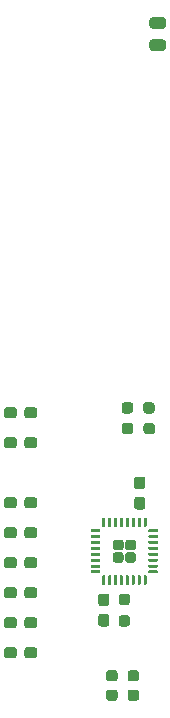
<source format=gtp>
G04 #@! TF.GenerationSoftware,KiCad,Pcbnew,(5.1.12)-1*
G04 #@! TF.CreationDate,2022-10-04T21:51:07-07:00*
G04 #@! TF.ProjectId,HDMIBuffer,48444d49-4275-4666-9665-722e6b696361,rev?*
G04 #@! TF.SameCoordinates,Original*
G04 #@! TF.FileFunction,Paste,Top*
G04 #@! TF.FilePolarity,Positive*
%FSLAX46Y46*%
G04 Gerber Fmt 4.6, Leading zero omitted, Abs format (unit mm)*
G04 Created by KiCad (PCBNEW (5.1.12)-1) date 2022-10-04 21:51:07*
%MOMM*%
%LPD*%
G01*
G04 APERTURE LIST*
%ADD10C,0.100000*%
G04 APERTURE END LIST*
G36*
G01*
X129685600Y-100897700D02*
X129685600Y-100422700D01*
G75*
G02*
X129923100Y-100185200I237500J0D01*
G01*
X130423100Y-100185200D01*
G75*
G02*
X130660600Y-100422700I0J-237500D01*
G01*
X130660600Y-100897700D01*
G75*
G02*
X130423100Y-101135200I-237500J0D01*
G01*
X129923100Y-101135200D01*
G75*
G02*
X129685600Y-100897700I0J237500D01*
G01*
G37*
G36*
G01*
X127860600Y-100897700D02*
X127860600Y-100422700D01*
G75*
G02*
X128098100Y-100185200I237500J0D01*
G01*
X128598100Y-100185200D01*
G75*
G02*
X128835600Y-100422700I0J-237500D01*
G01*
X128835600Y-100897700D01*
G75*
G02*
X128598100Y-101135200I-237500J0D01*
G01*
X128098100Y-101135200D01*
G75*
G02*
X127860600Y-100897700I0J237500D01*
G01*
G37*
G36*
G01*
X129662100Y-99145100D02*
X129662100Y-98670100D01*
G75*
G02*
X129899600Y-98432600I237500J0D01*
G01*
X130399600Y-98432600D01*
G75*
G02*
X130637100Y-98670100I0J-237500D01*
G01*
X130637100Y-99145100D01*
G75*
G02*
X130399600Y-99382600I-237500J0D01*
G01*
X129899600Y-99382600D01*
G75*
G02*
X129662100Y-99145100I0J237500D01*
G01*
G37*
G36*
G01*
X127837100Y-99145100D02*
X127837100Y-98670100D01*
G75*
G02*
X128074600Y-98432600I237500J0D01*
G01*
X128574600Y-98432600D01*
G75*
G02*
X128812100Y-98670100I0J-237500D01*
G01*
X128812100Y-99145100D01*
G75*
G02*
X128574600Y-99382600I-237500J0D01*
G01*
X128074600Y-99382600D01*
G75*
G02*
X127837100Y-99145100I0J237500D01*
G01*
G37*
G36*
G01*
X128304300Y-115602200D02*
X127829300Y-115602200D01*
G75*
G02*
X127591800Y-115364700I0J237500D01*
G01*
X127591800Y-114864700D01*
G75*
G02*
X127829300Y-114627200I237500J0D01*
G01*
X128304300Y-114627200D01*
G75*
G02*
X128541800Y-114864700I0J-237500D01*
G01*
X128541800Y-115364700D01*
G75*
G02*
X128304300Y-115602200I-237500J0D01*
G01*
G37*
G36*
G01*
X128304300Y-117427200D02*
X127829300Y-117427200D01*
G75*
G02*
X127591800Y-117189700I0J237500D01*
G01*
X127591800Y-116689700D01*
G75*
G02*
X127829300Y-116452200I237500J0D01*
G01*
X128304300Y-116452200D01*
G75*
G02*
X128541800Y-116689700I0J-237500D01*
G01*
X128541800Y-117189700D01*
G75*
G02*
X128304300Y-117427200I-237500J0D01*
G01*
G37*
G36*
G01*
X128339400Y-123478300D02*
X128339400Y-123003300D01*
G75*
G02*
X128576900Y-122765800I237500J0D01*
G01*
X129076900Y-122765800D01*
G75*
G02*
X129314400Y-123003300I0J-237500D01*
G01*
X129314400Y-123478300D01*
G75*
G02*
X129076900Y-123715800I-237500J0D01*
G01*
X128576900Y-123715800D01*
G75*
G02*
X128339400Y-123478300I0J237500D01*
G01*
G37*
G36*
G01*
X126514400Y-123478300D02*
X126514400Y-123003300D01*
G75*
G02*
X126751900Y-122765800I237500J0D01*
G01*
X127251900Y-122765800D01*
G75*
G02*
X127489400Y-123003300I0J-237500D01*
G01*
X127489400Y-123478300D01*
G75*
G02*
X127251900Y-123715800I-237500J0D01*
G01*
X126751900Y-123715800D01*
G75*
G02*
X126514400Y-123478300I0J237500D01*
G01*
G37*
G36*
G01*
X128339400Y-121827300D02*
X128339400Y-121352300D01*
G75*
G02*
X128576900Y-121114800I237500J0D01*
G01*
X129076900Y-121114800D01*
G75*
G02*
X129314400Y-121352300I0J-237500D01*
G01*
X129314400Y-121827300D01*
G75*
G02*
X129076900Y-122064800I-237500J0D01*
G01*
X128576900Y-122064800D01*
G75*
G02*
X128339400Y-121827300I0J237500D01*
G01*
G37*
G36*
G01*
X126514400Y-121827300D02*
X126514400Y-121352300D01*
G75*
G02*
X126751900Y-121114800I237500J0D01*
G01*
X127251900Y-121114800D01*
G75*
G02*
X127489400Y-121352300I0J-237500D01*
G01*
X127489400Y-121827300D01*
G75*
G02*
X127251900Y-122064800I-237500J0D01*
G01*
X126751900Y-122064800D01*
G75*
G02*
X126514400Y-121827300I0J237500D01*
G01*
G37*
G36*
G01*
X131342450Y-66806900D02*
X130429950Y-66806900D01*
G75*
G02*
X130186200Y-66563150I0J243750D01*
G01*
X130186200Y-66075650D01*
G75*
G02*
X130429950Y-65831900I243750J0D01*
G01*
X131342450Y-65831900D01*
G75*
G02*
X131586200Y-66075650I0J-243750D01*
G01*
X131586200Y-66563150D01*
G75*
G02*
X131342450Y-66806900I-243750J0D01*
G01*
G37*
G36*
G01*
X131342450Y-68681900D02*
X130429950Y-68681900D01*
G75*
G02*
X130186200Y-68438150I0J243750D01*
G01*
X130186200Y-67950650D01*
G75*
G02*
X130429950Y-67706900I243750J0D01*
G01*
X131342450Y-67706900D01*
G75*
G02*
X131586200Y-67950650I0J-243750D01*
G01*
X131586200Y-68438150D01*
G75*
G02*
X131342450Y-68681900I-243750J0D01*
G01*
G37*
G36*
G01*
X129124700Y-106446200D02*
X129599700Y-106446200D01*
G75*
G02*
X129837200Y-106683700I0J-237500D01*
G01*
X129837200Y-107283700D01*
G75*
G02*
X129599700Y-107521200I-237500J0D01*
G01*
X129124700Y-107521200D01*
G75*
G02*
X128887200Y-107283700I0J237500D01*
G01*
X128887200Y-106683700D01*
G75*
G02*
X129124700Y-106446200I237500J0D01*
G01*
G37*
G36*
G01*
X129124700Y-104721200D02*
X129599700Y-104721200D01*
G75*
G02*
X129837200Y-104958700I0J-237500D01*
G01*
X129837200Y-105558700D01*
G75*
G02*
X129599700Y-105796200I-237500J0D01*
G01*
X129124700Y-105796200D01*
G75*
G02*
X128887200Y-105558700I0J237500D01*
G01*
X128887200Y-104958700D01*
G75*
G02*
X129124700Y-104721200I237500J0D01*
G01*
G37*
G36*
G01*
X126551700Y-115701100D02*
X126076700Y-115701100D01*
G75*
G02*
X125839200Y-115463600I0J237500D01*
G01*
X125839200Y-114863600D01*
G75*
G02*
X126076700Y-114626100I237500J0D01*
G01*
X126551700Y-114626100D01*
G75*
G02*
X126789200Y-114863600I0J-237500D01*
G01*
X126789200Y-115463600D01*
G75*
G02*
X126551700Y-115701100I-237500J0D01*
G01*
G37*
G36*
G01*
X126551700Y-117426100D02*
X126076700Y-117426100D01*
G75*
G02*
X125839200Y-117188600I0J237500D01*
G01*
X125839200Y-116588600D01*
G75*
G02*
X126076700Y-116351100I237500J0D01*
G01*
X126551700Y-116351100D01*
G75*
G02*
X126789200Y-116588600I0J-237500D01*
G01*
X126789200Y-117188600D01*
G75*
G02*
X126551700Y-117426100I-237500J0D01*
G01*
G37*
G36*
G01*
X118954500Y-101616500D02*
X118954500Y-102091500D01*
G75*
G02*
X118717000Y-102329000I-237500J0D01*
G01*
X118117000Y-102329000D01*
G75*
G02*
X117879500Y-102091500I0J237500D01*
G01*
X117879500Y-101616500D01*
G75*
G02*
X118117000Y-101379000I237500J0D01*
G01*
X118717000Y-101379000D01*
G75*
G02*
X118954500Y-101616500I0J-237500D01*
G01*
G37*
G36*
G01*
X120679500Y-101616500D02*
X120679500Y-102091500D01*
G75*
G02*
X120442000Y-102329000I-237500J0D01*
G01*
X119842000Y-102329000D01*
G75*
G02*
X119604500Y-102091500I0J237500D01*
G01*
X119604500Y-101616500D01*
G75*
G02*
X119842000Y-101379000I237500J0D01*
G01*
X120442000Y-101379000D01*
G75*
G02*
X120679500Y-101616500I0J-237500D01*
G01*
G37*
G36*
G01*
X118954500Y-109236500D02*
X118954500Y-109711500D01*
G75*
G02*
X118717000Y-109949000I-237500J0D01*
G01*
X118117000Y-109949000D01*
G75*
G02*
X117879500Y-109711500I0J237500D01*
G01*
X117879500Y-109236500D01*
G75*
G02*
X118117000Y-108999000I237500J0D01*
G01*
X118717000Y-108999000D01*
G75*
G02*
X118954500Y-109236500I0J-237500D01*
G01*
G37*
G36*
G01*
X120679500Y-109236500D02*
X120679500Y-109711500D01*
G75*
G02*
X120442000Y-109949000I-237500J0D01*
G01*
X119842000Y-109949000D01*
G75*
G02*
X119604500Y-109711500I0J237500D01*
G01*
X119604500Y-109236500D01*
G75*
G02*
X119842000Y-108999000I237500J0D01*
G01*
X120442000Y-108999000D01*
G75*
G02*
X120679500Y-109236500I0J-237500D01*
G01*
G37*
G36*
G01*
X118954500Y-114316500D02*
X118954500Y-114791500D01*
G75*
G02*
X118717000Y-115029000I-237500J0D01*
G01*
X118117000Y-115029000D01*
G75*
G02*
X117879500Y-114791500I0J237500D01*
G01*
X117879500Y-114316500D01*
G75*
G02*
X118117000Y-114079000I237500J0D01*
G01*
X118717000Y-114079000D01*
G75*
G02*
X118954500Y-114316500I0J-237500D01*
G01*
G37*
G36*
G01*
X120679500Y-114316500D02*
X120679500Y-114791500D01*
G75*
G02*
X120442000Y-115029000I-237500J0D01*
G01*
X119842000Y-115029000D01*
G75*
G02*
X119604500Y-114791500I0J237500D01*
G01*
X119604500Y-114316500D01*
G75*
G02*
X119842000Y-114079000I237500J0D01*
G01*
X120442000Y-114079000D01*
G75*
G02*
X120679500Y-114316500I0J-237500D01*
G01*
G37*
G36*
G01*
X118954500Y-99076500D02*
X118954500Y-99551500D01*
G75*
G02*
X118717000Y-99789000I-237500J0D01*
G01*
X118117000Y-99789000D01*
G75*
G02*
X117879500Y-99551500I0J237500D01*
G01*
X117879500Y-99076500D01*
G75*
G02*
X118117000Y-98839000I237500J0D01*
G01*
X118717000Y-98839000D01*
G75*
G02*
X118954500Y-99076500I0J-237500D01*
G01*
G37*
G36*
G01*
X120679500Y-99076500D02*
X120679500Y-99551500D01*
G75*
G02*
X120442000Y-99789000I-237500J0D01*
G01*
X119842000Y-99789000D01*
G75*
G02*
X119604500Y-99551500I0J237500D01*
G01*
X119604500Y-99076500D01*
G75*
G02*
X119842000Y-98839000I237500J0D01*
G01*
X120442000Y-98839000D01*
G75*
G02*
X120679500Y-99076500I0J-237500D01*
G01*
G37*
G36*
G01*
X118954500Y-106696500D02*
X118954500Y-107171500D01*
G75*
G02*
X118717000Y-107409000I-237500J0D01*
G01*
X118117000Y-107409000D01*
G75*
G02*
X117879500Y-107171500I0J237500D01*
G01*
X117879500Y-106696500D01*
G75*
G02*
X118117000Y-106459000I237500J0D01*
G01*
X118717000Y-106459000D01*
G75*
G02*
X118954500Y-106696500I0J-237500D01*
G01*
G37*
G36*
G01*
X120679500Y-106696500D02*
X120679500Y-107171500D01*
G75*
G02*
X120442000Y-107409000I-237500J0D01*
G01*
X119842000Y-107409000D01*
G75*
G02*
X119604500Y-107171500I0J237500D01*
G01*
X119604500Y-106696500D01*
G75*
G02*
X119842000Y-106459000I237500J0D01*
G01*
X120442000Y-106459000D01*
G75*
G02*
X120679500Y-106696500I0J-237500D01*
G01*
G37*
G36*
G01*
X118954500Y-111776500D02*
X118954500Y-112251500D01*
G75*
G02*
X118717000Y-112489000I-237500J0D01*
G01*
X118117000Y-112489000D01*
G75*
G02*
X117879500Y-112251500I0J237500D01*
G01*
X117879500Y-111776500D01*
G75*
G02*
X118117000Y-111539000I237500J0D01*
G01*
X118717000Y-111539000D01*
G75*
G02*
X118954500Y-111776500I0J-237500D01*
G01*
G37*
G36*
G01*
X120679500Y-111776500D02*
X120679500Y-112251500D01*
G75*
G02*
X120442000Y-112489000I-237500J0D01*
G01*
X119842000Y-112489000D01*
G75*
G02*
X119604500Y-112251500I0J237500D01*
G01*
X119604500Y-111776500D01*
G75*
G02*
X119842000Y-111539000I237500J0D01*
G01*
X120442000Y-111539000D01*
G75*
G02*
X120679500Y-111776500I0J-237500D01*
G01*
G37*
G36*
G01*
X118954500Y-119396500D02*
X118954500Y-119871500D01*
G75*
G02*
X118717000Y-120109000I-237500J0D01*
G01*
X118117000Y-120109000D01*
G75*
G02*
X117879500Y-119871500I0J237500D01*
G01*
X117879500Y-119396500D01*
G75*
G02*
X118117000Y-119159000I237500J0D01*
G01*
X118717000Y-119159000D01*
G75*
G02*
X118954500Y-119396500I0J-237500D01*
G01*
G37*
G36*
G01*
X120679500Y-119396500D02*
X120679500Y-119871500D01*
G75*
G02*
X120442000Y-120109000I-237500J0D01*
G01*
X119842000Y-120109000D01*
G75*
G02*
X119604500Y-119871500I0J237500D01*
G01*
X119604500Y-119396500D01*
G75*
G02*
X119842000Y-119159000I237500J0D01*
G01*
X120442000Y-119159000D01*
G75*
G02*
X120679500Y-119396500I0J-237500D01*
G01*
G37*
G36*
G01*
X118954500Y-116856500D02*
X118954500Y-117331500D01*
G75*
G02*
X118717000Y-117569000I-237500J0D01*
G01*
X118117000Y-117569000D01*
G75*
G02*
X117879500Y-117331500I0J237500D01*
G01*
X117879500Y-116856500D01*
G75*
G02*
X118117000Y-116619000I237500J0D01*
G01*
X118717000Y-116619000D01*
G75*
G02*
X118954500Y-116856500I0J-237500D01*
G01*
G37*
G36*
G01*
X120679500Y-116856500D02*
X120679500Y-117331500D01*
G75*
G02*
X120442000Y-117569000I-237500J0D01*
G01*
X119842000Y-117569000D01*
G75*
G02*
X119604500Y-117331500I0J237500D01*
G01*
X119604500Y-116856500D01*
G75*
G02*
X119842000Y-116619000I237500J0D01*
G01*
X120442000Y-116619000D01*
G75*
G02*
X120679500Y-116856500I0J-237500D01*
G01*
G37*
G36*
G01*
X128819300Y-110978800D02*
X128364300Y-110978800D01*
G75*
G02*
X128136800Y-110751300I0J227500D01*
G01*
X128136800Y-110296300D01*
G75*
G02*
X128364300Y-110068800I227500J0D01*
G01*
X128819300Y-110068800D01*
G75*
G02*
X129046800Y-110296300I0J-227500D01*
G01*
X129046800Y-110751300D01*
G75*
G02*
X128819300Y-110978800I-227500J0D01*
G01*
G37*
G36*
G01*
X127769300Y-110978800D02*
X127314300Y-110978800D01*
G75*
G02*
X127086800Y-110751300I0J227500D01*
G01*
X127086800Y-110296300D01*
G75*
G02*
X127314300Y-110068800I227500J0D01*
G01*
X127769300Y-110068800D01*
G75*
G02*
X127996800Y-110296300I0J-227500D01*
G01*
X127996800Y-110751300D01*
G75*
G02*
X127769300Y-110978800I-227500J0D01*
G01*
G37*
G36*
G01*
X128819300Y-112028800D02*
X128364300Y-112028800D01*
G75*
G02*
X128136800Y-111801300I0J227500D01*
G01*
X128136800Y-111346300D01*
G75*
G02*
X128364300Y-111118800I227500J0D01*
G01*
X128819300Y-111118800D01*
G75*
G02*
X129046800Y-111346300I0J-227500D01*
G01*
X129046800Y-111801300D01*
G75*
G02*
X128819300Y-112028800I-227500J0D01*
G01*
G37*
G36*
G01*
X127769300Y-112028800D02*
X127314300Y-112028800D01*
G75*
G02*
X127086800Y-111801300I0J227500D01*
G01*
X127086800Y-111346300D01*
G75*
G02*
X127314300Y-111118800I227500J0D01*
G01*
X127769300Y-111118800D01*
G75*
G02*
X127996800Y-111346300I0J-227500D01*
G01*
X127996800Y-111801300D01*
G75*
G02*
X127769300Y-112028800I-227500J0D01*
G01*
G37*
D10*
G36*
X125218001Y-112724107D02*
G01*
X125221558Y-112712382D01*
X125227333Y-112701577D01*
X125235106Y-112692106D01*
X125244577Y-112684333D01*
X125255382Y-112678558D01*
X125267107Y-112675001D01*
X125279300Y-112673800D01*
X125979300Y-112673800D01*
X125991493Y-112675001D01*
X126003218Y-112678558D01*
X126014023Y-112684333D01*
X126023494Y-112692106D01*
X126031267Y-112701577D01*
X126037042Y-112712382D01*
X126040599Y-112724107D01*
X126041800Y-112736300D01*
X126041800Y-112807912D01*
X126040599Y-112820105D01*
X126037042Y-112831830D01*
X126031267Y-112842635D01*
X126023494Y-112852106D01*
X125970106Y-112905494D01*
X125960635Y-112913267D01*
X125949830Y-112919042D01*
X125938105Y-112922599D01*
X125925912Y-112923800D01*
X125279300Y-112923800D01*
X125267107Y-112922599D01*
X125255382Y-112919042D01*
X125244577Y-112913267D01*
X125235106Y-112905494D01*
X125227333Y-112896023D01*
X125221558Y-112885218D01*
X125218001Y-112873493D01*
X125216800Y-112861300D01*
X125216800Y-112736300D01*
X125218001Y-112724107D01*
G37*
G36*
G01*
X125979300Y-112423800D02*
X125279300Y-112423800D01*
G75*
G02*
X125216800Y-112361300I0J62500D01*
G01*
X125216800Y-112236300D01*
G75*
G02*
X125279300Y-112173800I62500J0D01*
G01*
X125979300Y-112173800D01*
G75*
G02*
X126041800Y-112236300I0J-62500D01*
G01*
X126041800Y-112361300D01*
G75*
G02*
X125979300Y-112423800I-62500J0D01*
G01*
G37*
G36*
G01*
X125979300Y-111923800D02*
X125279300Y-111923800D01*
G75*
G02*
X125216800Y-111861300I0J62500D01*
G01*
X125216800Y-111736300D01*
G75*
G02*
X125279300Y-111673800I62500J0D01*
G01*
X125979300Y-111673800D01*
G75*
G02*
X126041800Y-111736300I0J-62500D01*
G01*
X126041800Y-111861300D01*
G75*
G02*
X125979300Y-111923800I-62500J0D01*
G01*
G37*
G36*
G01*
X125979300Y-111423800D02*
X125279300Y-111423800D01*
G75*
G02*
X125216800Y-111361300I0J62500D01*
G01*
X125216800Y-111236300D01*
G75*
G02*
X125279300Y-111173800I62500J0D01*
G01*
X125979300Y-111173800D01*
G75*
G02*
X126041800Y-111236300I0J-62500D01*
G01*
X126041800Y-111361300D01*
G75*
G02*
X125979300Y-111423800I-62500J0D01*
G01*
G37*
G36*
G01*
X125979300Y-110923800D02*
X125279300Y-110923800D01*
G75*
G02*
X125216800Y-110861300I0J62500D01*
G01*
X125216800Y-110736300D01*
G75*
G02*
X125279300Y-110673800I62500J0D01*
G01*
X125979300Y-110673800D01*
G75*
G02*
X126041800Y-110736300I0J-62500D01*
G01*
X126041800Y-110861300D01*
G75*
G02*
X125979300Y-110923800I-62500J0D01*
G01*
G37*
G36*
G01*
X125979300Y-110423800D02*
X125279300Y-110423800D01*
G75*
G02*
X125216800Y-110361300I0J62500D01*
G01*
X125216800Y-110236300D01*
G75*
G02*
X125279300Y-110173800I62500J0D01*
G01*
X125979300Y-110173800D01*
G75*
G02*
X126041800Y-110236300I0J-62500D01*
G01*
X126041800Y-110361300D01*
G75*
G02*
X125979300Y-110423800I-62500J0D01*
G01*
G37*
G36*
G01*
X125979300Y-109923800D02*
X125279300Y-109923800D01*
G75*
G02*
X125216800Y-109861300I0J62500D01*
G01*
X125216800Y-109736300D01*
G75*
G02*
X125279300Y-109673800I62500J0D01*
G01*
X125979300Y-109673800D01*
G75*
G02*
X126041800Y-109736300I0J-62500D01*
G01*
X126041800Y-109861300D01*
G75*
G02*
X125979300Y-109923800I-62500J0D01*
G01*
G37*
G36*
X125218001Y-109224107D02*
G01*
X125221558Y-109212382D01*
X125227333Y-109201577D01*
X125235106Y-109192106D01*
X125244577Y-109184333D01*
X125255382Y-109178558D01*
X125267107Y-109175001D01*
X125279300Y-109173800D01*
X125925912Y-109173800D01*
X125938105Y-109175001D01*
X125949830Y-109178558D01*
X125960635Y-109184333D01*
X125970106Y-109192106D01*
X126023494Y-109245494D01*
X126031267Y-109254965D01*
X126037042Y-109265770D01*
X126040599Y-109277495D01*
X126041800Y-109289688D01*
X126041800Y-109361300D01*
X126040599Y-109373493D01*
X126037042Y-109385218D01*
X126031267Y-109396023D01*
X126023494Y-109405494D01*
X126014023Y-109413267D01*
X126003218Y-109419042D01*
X125991493Y-109422599D01*
X125979300Y-109423800D01*
X125279300Y-109423800D01*
X125267107Y-109422599D01*
X125255382Y-109419042D01*
X125244577Y-109413267D01*
X125235106Y-109405494D01*
X125227333Y-109396023D01*
X125221558Y-109385218D01*
X125218001Y-109373493D01*
X125216800Y-109361300D01*
X125216800Y-109236300D01*
X125218001Y-109224107D01*
G37*
G36*
X126193001Y-108249107D02*
G01*
X126196558Y-108237382D01*
X126202333Y-108226577D01*
X126210106Y-108217106D01*
X126219577Y-108209333D01*
X126230382Y-108203558D01*
X126242107Y-108200001D01*
X126254300Y-108198800D01*
X126379300Y-108198800D01*
X126391493Y-108200001D01*
X126403218Y-108203558D01*
X126414023Y-108209333D01*
X126423494Y-108217106D01*
X126431267Y-108226577D01*
X126437042Y-108237382D01*
X126440599Y-108249107D01*
X126441800Y-108261300D01*
X126441800Y-108961300D01*
X126440599Y-108973493D01*
X126437042Y-108985218D01*
X126431267Y-108996023D01*
X126423494Y-109005494D01*
X126414023Y-109013267D01*
X126403218Y-109019042D01*
X126391493Y-109022599D01*
X126379300Y-109023800D01*
X126307688Y-109023800D01*
X126295495Y-109022599D01*
X126283770Y-109019042D01*
X126272965Y-109013267D01*
X126263494Y-109005494D01*
X126210106Y-108952106D01*
X126202333Y-108942635D01*
X126196558Y-108931830D01*
X126193001Y-108920105D01*
X126191800Y-108907912D01*
X126191800Y-108261300D01*
X126193001Y-108249107D01*
G37*
G36*
G01*
X126879300Y-109023800D02*
X126754300Y-109023800D01*
G75*
G02*
X126691800Y-108961300I0J62500D01*
G01*
X126691800Y-108261300D01*
G75*
G02*
X126754300Y-108198800I62500J0D01*
G01*
X126879300Y-108198800D01*
G75*
G02*
X126941800Y-108261300I0J-62500D01*
G01*
X126941800Y-108961300D01*
G75*
G02*
X126879300Y-109023800I-62500J0D01*
G01*
G37*
G36*
G01*
X127379300Y-109023800D02*
X127254300Y-109023800D01*
G75*
G02*
X127191800Y-108961300I0J62500D01*
G01*
X127191800Y-108261300D01*
G75*
G02*
X127254300Y-108198800I62500J0D01*
G01*
X127379300Y-108198800D01*
G75*
G02*
X127441800Y-108261300I0J-62500D01*
G01*
X127441800Y-108961300D01*
G75*
G02*
X127379300Y-109023800I-62500J0D01*
G01*
G37*
G36*
G01*
X127879300Y-109023800D02*
X127754300Y-109023800D01*
G75*
G02*
X127691800Y-108961300I0J62500D01*
G01*
X127691800Y-108261300D01*
G75*
G02*
X127754300Y-108198800I62500J0D01*
G01*
X127879300Y-108198800D01*
G75*
G02*
X127941800Y-108261300I0J-62500D01*
G01*
X127941800Y-108961300D01*
G75*
G02*
X127879300Y-109023800I-62500J0D01*
G01*
G37*
G36*
G01*
X128379300Y-109023800D02*
X128254300Y-109023800D01*
G75*
G02*
X128191800Y-108961300I0J62500D01*
G01*
X128191800Y-108261300D01*
G75*
G02*
X128254300Y-108198800I62500J0D01*
G01*
X128379300Y-108198800D01*
G75*
G02*
X128441800Y-108261300I0J-62500D01*
G01*
X128441800Y-108961300D01*
G75*
G02*
X128379300Y-109023800I-62500J0D01*
G01*
G37*
G36*
G01*
X128879300Y-109023800D02*
X128754300Y-109023800D01*
G75*
G02*
X128691800Y-108961300I0J62500D01*
G01*
X128691800Y-108261300D01*
G75*
G02*
X128754300Y-108198800I62500J0D01*
G01*
X128879300Y-108198800D01*
G75*
G02*
X128941800Y-108261300I0J-62500D01*
G01*
X128941800Y-108961300D01*
G75*
G02*
X128879300Y-109023800I-62500J0D01*
G01*
G37*
G36*
G01*
X129379300Y-109023800D02*
X129254300Y-109023800D01*
G75*
G02*
X129191800Y-108961300I0J62500D01*
G01*
X129191800Y-108261300D01*
G75*
G02*
X129254300Y-108198800I62500J0D01*
G01*
X129379300Y-108198800D01*
G75*
G02*
X129441800Y-108261300I0J-62500D01*
G01*
X129441800Y-108961300D01*
G75*
G02*
X129379300Y-109023800I-62500J0D01*
G01*
G37*
G36*
X129693001Y-108249107D02*
G01*
X129696558Y-108237382D01*
X129702333Y-108226577D01*
X129710106Y-108217106D01*
X129719577Y-108209333D01*
X129730382Y-108203558D01*
X129742107Y-108200001D01*
X129754300Y-108198800D01*
X129879300Y-108198800D01*
X129891493Y-108200001D01*
X129903218Y-108203558D01*
X129914023Y-108209333D01*
X129923494Y-108217106D01*
X129931267Y-108226577D01*
X129937042Y-108237382D01*
X129940599Y-108249107D01*
X129941800Y-108261300D01*
X129941800Y-108907912D01*
X129940599Y-108920105D01*
X129937042Y-108931830D01*
X129931267Y-108942635D01*
X129923494Y-108952106D01*
X129870106Y-109005494D01*
X129860635Y-109013267D01*
X129849830Y-109019042D01*
X129838105Y-109022599D01*
X129825912Y-109023800D01*
X129754300Y-109023800D01*
X129742107Y-109022599D01*
X129730382Y-109019042D01*
X129719577Y-109013267D01*
X129710106Y-109005494D01*
X129702333Y-108996023D01*
X129696558Y-108985218D01*
X129693001Y-108973493D01*
X129691800Y-108961300D01*
X129691800Y-108261300D01*
X129693001Y-108249107D01*
G37*
G36*
X130093001Y-109277495D02*
G01*
X130096558Y-109265770D01*
X130102333Y-109254965D01*
X130110106Y-109245494D01*
X130163494Y-109192106D01*
X130172965Y-109184333D01*
X130183770Y-109178558D01*
X130195495Y-109175001D01*
X130207688Y-109173800D01*
X130854300Y-109173800D01*
X130866493Y-109175001D01*
X130878218Y-109178558D01*
X130889023Y-109184333D01*
X130898494Y-109192106D01*
X130906267Y-109201577D01*
X130912042Y-109212382D01*
X130915599Y-109224107D01*
X130916800Y-109236300D01*
X130916800Y-109361300D01*
X130915599Y-109373493D01*
X130912042Y-109385218D01*
X130906267Y-109396023D01*
X130898494Y-109405494D01*
X130889023Y-109413267D01*
X130878218Y-109419042D01*
X130866493Y-109422599D01*
X130854300Y-109423800D01*
X130154300Y-109423800D01*
X130142107Y-109422599D01*
X130130382Y-109419042D01*
X130119577Y-109413267D01*
X130110106Y-109405494D01*
X130102333Y-109396023D01*
X130096558Y-109385218D01*
X130093001Y-109373493D01*
X130091800Y-109361300D01*
X130091800Y-109289688D01*
X130093001Y-109277495D01*
G37*
G36*
G01*
X130854300Y-109923800D02*
X130154300Y-109923800D01*
G75*
G02*
X130091800Y-109861300I0J62500D01*
G01*
X130091800Y-109736300D01*
G75*
G02*
X130154300Y-109673800I62500J0D01*
G01*
X130854300Y-109673800D01*
G75*
G02*
X130916800Y-109736300I0J-62500D01*
G01*
X130916800Y-109861300D01*
G75*
G02*
X130854300Y-109923800I-62500J0D01*
G01*
G37*
G36*
G01*
X130854300Y-110423800D02*
X130154300Y-110423800D01*
G75*
G02*
X130091800Y-110361300I0J62500D01*
G01*
X130091800Y-110236300D01*
G75*
G02*
X130154300Y-110173800I62500J0D01*
G01*
X130854300Y-110173800D01*
G75*
G02*
X130916800Y-110236300I0J-62500D01*
G01*
X130916800Y-110361300D01*
G75*
G02*
X130854300Y-110423800I-62500J0D01*
G01*
G37*
G36*
G01*
X130854300Y-110923800D02*
X130154300Y-110923800D01*
G75*
G02*
X130091800Y-110861300I0J62500D01*
G01*
X130091800Y-110736300D01*
G75*
G02*
X130154300Y-110673800I62500J0D01*
G01*
X130854300Y-110673800D01*
G75*
G02*
X130916800Y-110736300I0J-62500D01*
G01*
X130916800Y-110861300D01*
G75*
G02*
X130854300Y-110923800I-62500J0D01*
G01*
G37*
G36*
G01*
X130854300Y-111423800D02*
X130154300Y-111423800D01*
G75*
G02*
X130091800Y-111361300I0J62500D01*
G01*
X130091800Y-111236300D01*
G75*
G02*
X130154300Y-111173800I62500J0D01*
G01*
X130854300Y-111173800D01*
G75*
G02*
X130916800Y-111236300I0J-62500D01*
G01*
X130916800Y-111361300D01*
G75*
G02*
X130854300Y-111423800I-62500J0D01*
G01*
G37*
G36*
G01*
X130854300Y-111923800D02*
X130154300Y-111923800D01*
G75*
G02*
X130091800Y-111861300I0J62500D01*
G01*
X130091800Y-111736300D01*
G75*
G02*
X130154300Y-111673800I62500J0D01*
G01*
X130854300Y-111673800D01*
G75*
G02*
X130916800Y-111736300I0J-62500D01*
G01*
X130916800Y-111861300D01*
G75*
G02*
X130854300Y-111923800I-62500J0D01*
G01*
G37*
G36*
G01*
X130854300Y-112423800D02*
X130154300Y-112423800D01*
G75*
G02*
X130091800Y-112361300I0J62500D01*
G01*
X130091800Y-112236300D01*
G75*
G02*
X130154300Y-112173800I62500J0D01*
G01*
X130854300Y-112173800D01*
G75*
G02*
X130916800Y-112236300I0J-62500D01*
G01*
X130916800Y-112361300D01*
G75*
G02*
X130854300Y-112423800I-62500J0D01*
G01*
G37*
G36*
X130093001Y-112724107D02*
G01*
X130096558Y-112712382D01*
X130102333Y-112701577D01*
X130110106Y-112692106D01*
X130119577Y-112684333D01*
X130130382Y-112678558D01*
X130142107Y-112675001D01*
X130154300Y-112673800D01*
X130854300Y-112673800D01*
X130866493Y-112675001D01*
X130878218Y-112678558D01*
X130889023Y-112684333D01*
X130898494Y-112692106D01*
X130906267Y-112701577D01*
X130912042Y-112712382D01*
X130915599Y-112724107D01*
X130916800Y-112736300D01*
X130916800Y-112861300D01*
X130915599Y-112873493D01*
X130912042Y-112885218D01*
X130906267Y-112896023D01*
X130898494Y-112905494D01*
X130889023Y-112913267D01*
X130878218Y-112919042D01*
X130866493Y-112922599D01*
X130854300Y-112923800D01*
X130207688Y-112923800D01*
X130195495Y-112922599D01*
X130183770Y-112919042D01*
X130172965Y-112913267D01*
X130163494Y-112905494D01*
X130110106Y-112852106D01*
X130102333Y-112842635D01*
X130096558Y-112831830D01*
X130093001Y-112820105D01*
X130091800Y-112807912D01*
X130091800Y-112736300D01*
X130093001Y-112724107D01*
G37*
G36*
X129693001Y-113124107D02*
G01*
X129696558Y-113112382D01*
X129702333Y-113101577D01*
X129710106Y-113092106D01*
X129719577Y-113084333D01*
X129730382Y-113078558D01*
X129742107Y-113075001D01*
X129754300Y-113073800D01*
X129825912Y-113073800D01*
X129838105Y-113075001D01*
X129849830Y-113078558D01*
X129860635Y-113084333D01*
X129870106Y-113092106D01*
X129923494Y-113145494D01*
X129931267Y-113154965D01*
X129937042Y-113165770D01*
X129940599Y-113177495D01*
X129941800Y-113189688D01*
X129941800Y-113836300D01*
X129940599Y-113848493D01*
X129937042Y-113860218D01*
X129931267Y-113871023D01*
X129923494Y-113880494D01*
X129914023Y-113888267D01*
X129903218Y-113894042D01*
X129891493Y-113897599D01*
X129879300Y-113898800D01*
X129754300Y-113898800D01*
X129742107Y-113897599D01*
X129730382Y-113894042D01*
X129719577Y-113888267D01*
X129710106Y-113880494D01*
X129702333Y-113871023D01*
X129696558Y-113860218D01*
X129693001Y-113848493D01*
X129691800Y-113836300D01*
X129691800Y-113136300D01*
X129693001Y-113124107D01*
G37*
G36*
G01*
X129379300Y-113898800D02*
X129254300Y-113898800D01*
G75*
G02*
X129191800Y-113836300I0J62500D01*
G01*
X129191800Y-113136300D01*
G75*
G02*
X129254300Y-113073800I62500J0D01*
G01*
X129379300Y-113073800D01*
G75*
G02*
X129441800Y-113136300I0J-62500D01*
G01*
X129441800Y-113836300D01*
G75*
G02*
X129379300Y-113898800I-62500J0D01*
G01*
G37*
G36*
G01*
X128879300Y-113898800D02*
X128754300Y-113898800D01*
G75*
G02*
X128691800Y-113836300I0J62500D01*
G01*
X128691800Y-113136300D01*
G75*
G02*
X128754300Y-113073800I62500J0D01*
G01*
X128879300Y-113073800D01*
G75*
G02*
X128941800Y-113136300I0J-62500D01*
G01*
X128941800Y-113836300D01*
G75*
G02*
X128879300Y-113898800I-62500J0D01*
G01*
G37*
G36*
G01*
X128379300Y-113898800D02*
X128254300Y-113898800D01*
G75*
G02*
X128191800Y-113836300I0J62500D01*
G01*
X128191800Y-113136300D01*
G75*
G02*
X128254300Y-113073800I62500J0D01*
G01*
X128379300Y-113073800D01*
G75*
G02*
X128441800Y-113136300I0J-62500D01*
G01*
X128441800Y-113836300D01*
G75*
G02*
X128379300Y-113898800I-62500J0D01*
G01*
G37*
G36*
G01*
X127879300Y-113898800D02*
X127754300Y-113898800D01*
G75*
G02*
X127691800Y-113836300I0J62500D01*
G01*
X127691800Y-113136300D01*
G75*
G02*
X127754300Y-113073800I62500J0D01*
G01*
X127879300Y-113073800D01*
G75*
G02*
X127941800Y-113136300I0J-62500D01*
G01*
X127941800Y-113836300D01*
G75*
G02*
X127879300Y-113898800I-62500J0D01*
G01*
G37*
G36*
G01*
X127379300Y-113898800D02*
X127254300Y-113898800D01*
G75*
G02*
X127191800Y-113836300I0J62500D01*
G01*
X127191800Y-113136300D01*
G75*
G02*
X127254300Y-113073800I62500J0D01*
G01*
X127379300Y-113073800D01*
G75*
G02*
X127441800Y-113136300I0J-62500D01*
G01*
X127441800Y-113836300D01*
G75*
G02*
X127379300Y-113898800I-62500J0D01*
G01*
G37*
G36*
G01*
X126879300Y-113898800D02*
X126754300Y-113898800D01*
G75*
G02*
X126691800Y-113836300I0J62500D01*
G01*
X126691800Y-113136300D01*
G75*
G02*
X126754300Y-113073800I62500J0D01*
G01*
X126879300Y-113073800D01*
G75*
G02*
X126941800Y-113136300I0J-62500D01*
G01*
X126941800Y-113836300D01*
G75*
G02*
X126879300Y-113898800I-62500J0D01*
G01*
G37*
G36*
X126193001Y-113177495D02*
G01*
X126196558Y-113165770D01*
X126202333Y-113154965D01*
X126210106Y-113145494D01*
X126263494Y-113092106D01*
X126272965Y-113084333D01*
X126283770Y-113078558D01*
X126295495Y-113075001D01*
X126307688Y-113073800D01*
X126379300Y-113073800D01*
X126391493Y-113075001D01*
X126403218Y-113078558D01*
X126414023Y-113084333D01*
X126423494Y-113092106D01*
X126431267Y-113101577D01*
X126437042Y-113112382D01*
X126440599Y-113124107D01*
X126441800Y-113136300D01*
X126441800Y-113836300D01*
X126440599Y-113848493D01*
X126437042Y-113860218D01*
X126431267Y-113871023D01*
X126423494Y-113880494D01*
X126414023Y-113888267D01*
X126403218Y-113894042D01*
X126391493Y-113897599D01*
X126379300Y-113898800D01*
X126254300Y-113898800D01*
X126242107Y-113897599D01*
X126230382Y-113894042D01*
X126219577Y-113888267D01*
X126210106Y-113880494D01*
X126202333Y-113871023D01*
X126196558Y-113860218D01*
X126193001Y-113848493D01*
X126191800Y-113836300D01*
X126191800Y-113189688D01*
X126193001Y-113177495D01*
G37*
M02*

</source>
